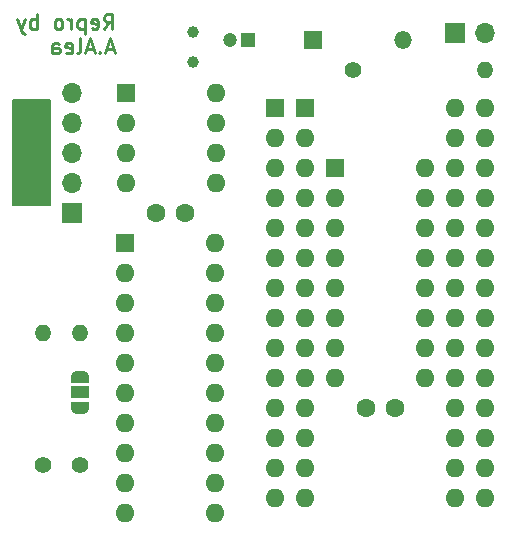
<source format=gbr>
%TF.GenerationSoftware,KiCad,Pcbnew,7.0.10+1*%
%TF.CreationDate,2024-01-27T15:27:30+01:00*%
%TF.ProjectId,QL_Minerva_MK2,514c5f4d-696e-4657-9276-615f4d4b322e,0.0*%
%TF.SameCoordinates,Original*%
%TF.FileFunction,Soldermask,Bot*%
%TF.FilePolarity,Negative*%
%FSLAX46Y46*%
G04 Gerber Fmt 4.6, Leading zero omitted, Abs format (unit mm)*
G04 Created by KiCad (PCBNEW 7.0.10+1) date 2024-01-27 15:27:30*
%MOMM*%
%LPD*%
G01*
G04 APERTURE LIST*
G04 Aperture macros list*
%AMFreePoly0*
4,1,19,0.550000,-0.750000,0.000000,-0.750000,0.000000,-0.744911,-0.071157,-0.744911,-0.207708,-0.704816,-0.327430,-0.627875,-0.420627,-0.520320,-0.479746,-0.390866,-0.500000,-0.250000,-0.500000,0.250000,-0.479746,0.390866,-0.420627,0.520320,-0.327430,0.627875,-0.207708,0.704816,-0.071157,0.744911,0.000000,0.744911,0.000000,0.750000,0.550000,0.750000,0.550000,-0.750000,0.550000,-0.750000,
$1*%
%AMFreePoly1*
4,1,19,0.000000,0.744911,0.071157,0.744911,0.207708,0.704816,0.327430,0.627875,0.420627,0.520320,0.479746,0.390866,0.500000,0.250000,0.500000,-0.250000,0.479746,-0.390866,0.420627,-0.520320,0.327430,-0.627875,0.207708,-0.704816,0.071157,-0.744911,0.000000,-0.744911,0.000000,-0.750000,-0.550000,-0.750000,-0.550000,0.750000,0.000000,0.750000,0.000000,0.744911,0.000000,0.744911,
$1*%
G04 Aperture macros list end*
%ADD10C,0.150000*%
%ADD11C,0.254000*%
%ADD12C,1.600000*%
%ADD13C,1.000000*%
%ADD14R,1.600000X1.600000*%
%ADD15O,1.600000X1.600000*%
%ADD16R,1.700000X1.700000*%
%ADD17O,1.700000X1.700000*%
%ADD18C,1.400000*%
%ADD19O,1.400000X1.400000*%
%ADD20R,1.200000X1.200000*%
%ADD21C,1.200000*%
%ADD22R,1.500000X1.500000*%
%ADD23O,1.500000X1.500000*%
%ADD24FreePoly0,90.000000*%
%ADD25R,1.500000X1.000000*%
%ADD26FreePoly1,90.000000*%
G04 APERTURE END LIST*
D10*
X57150000Y-64135000D02*
X60325000Y-64135000D01*
X60325000Y-73025000D01*
X57150000Y-73025000D01*
X57150000Y-64135000D01*
G36*
X57150000Y-64135000D02*
G01*
X60325000Y-64135000D01*
X60325000Y-73025000D01*
X57150000Y-73025000D01*
X57150000Y-64135000D01*
G37*
D11*
X64844799Y-58111668D02*
X65268133Y-57506906D01*
X65570514Y-58111668D02*
X65570514Y-56841668D01*
X65570514Y-56841668D02*
X65086704Y-56841668D01*
X65086704Y-56841668D02*
X64965752Y-56902144D01*
X64965752Y-56902144D02*
X64905275Y-56962620D01*
X64905275Y-56962620D02*
X64844799Y-57083572D01*
X64844799Y-57083572D02*
X64844799Y-57265001D01*
X64844799Y-57265001D02*
X64905275Y-57385953D01*
X64905275Y-57385953D02*
X64965752Y-57446430D01*
X64965752Y-57446430D02*
X65086704Y-57506906D01*
X65086704Y-57506906D02*
X65570514Y-57506906D01*
X63816704Y-58051192D02*
X63937656Y-58111668D01*
X63937656Y-58111668D02*
X64179561Y-58111668D01*
X64179561Y-58111668D02*
X64300514Y-58051192D01*
X64300514Y-58051192D02*
X64360990Y-57930239D01*
X64360990Y-57930239D02*
X64360990Y-57446430D01*
X64360990Y-57446430D02*
X64300514Y-57325477D01*
X64300514Y-57325477D02*
X64179561Y-57265001D01*
X64179561Y-57265001D02*
X63937656Y-57265001D01*
X63937656Y-57265001D02*
X63816704Y-57325477D01*
X63816704Y-57325477D02*
X63756228Y-57446430D01*
X63756228Y-57446430D02*
X63756228Y-57567382D01*
X63756228Y-57567382D02*
X64360990Y-57688334D01*
X63211943Y-57265001D02*
X63211943Y-58535001D01*
X63211943Y-57325477D02*
X63090990Y-57265001D01*
X63090990Y-57265001D02*
X62849085Y-57265001D01*
X62849085Y-57265001D02*
X62728133Y-57325477D01*
X62728133Y-57325477D02*
X62667657Y-57385953D01*
X62667657Y-57385953D02*
X62607181Y-57506906D01*
X62607181Y-57506906D02*
X62607181Y-57869763D01*
X62607181Y-57869763D02*
X62667657Y-57990715D01*
X62667657Y-57990715D02*
X62728133Y-58051192D01*
X62728133Y-58051192D02*
X62849085Y-58111668D01*
X62849085Y-58111668D02*
X63090990Y-58111668D01*
X63090990Y-58111668D02*
X63211943Y-58051192D01*
X62062895Y-58111668D02*
X62062895Y-57265001D01*
X62062895Y-57506906D02*
X62002418Y-57385953D01*
X62002418Y-57385953D02*
X61941942Y-57325477D01*
X61941942Y-57325477D02*
X61820990Y-57265001D01*
X61820990Y-57265001D02*
X61700037Y-57265001D01*
X61095276Y-58111668D02*
X61216228Y-58051192D01*
X61216228Y-58051192D02*
X61276705Y-57990715D01*
X61276705Y-57990715D02*
X61337181Y-57869763D01*
X61337181Y-57869763D02*
X61337181Y-57506906D01*
X61337181Y-57506906D02*
X61276705Y-57385953D01*
X61276705Y-57385953D02*
X61216228Y-57325477D01*
X61216228Y-57325477D02*
X61095276Y-57265001D01*
X61095276Y-57265001D02*
X60913847Y-57265001D01*
X60913847Y-57265001D02*
X60792895Y-57325477D01*
X60792895Y-57325477D02*
X60732419Y-57385953D01*
X60732419Y-57385953D02*
X60671943Y-57506906D01*
X60671943Y-57506906D02*
X60671943Y-57869763D01*
X60671943Y-57869763D02*
X60732419Y-57990715D01*
X60732419Y-57990715D02*
X60792895Y-58051192D01*
X60792895Y-58051192D02*
X60913847Y-58111668D01*
X60913847Y-58111668D02*
X61095276Y-58111668D01*
X59160038Y-58111668D02*
X59160038Y-56841668D01*
X59160038Y-57325477D02*
X59039085Y-57265001D01*
X59039085Y-57265001D02*
X58797180Y-57265001D01*
X58797180Y-57265001D02*
X58676228Y-57325477D01*
X58676228Y-57325477D02*
X58615752Y-57385953D01*
X58615752Y-57385953D02*
X58555276Y-57506906D01*
X58555276Y-57506906D02*
X58555276Y-57869763D01*
X58555276Y-57869763D02*
X58615752Y-57990715D01*
X58615752Y-57990715D02*
X58676228Y-58051192D01*
X58676228Y-58051192D02*
X58797180Y-58111668D01*
X58797180Y-58111668D02*
X59039085Y-58111668D01*
X59039085Y-58111668D02*
X59160038Y-58051192D01*
X58131942Y-57265001D02*
X57829561Y-58111668D01*
X57527180Y-57265001D02*
X57829561Y-58111668D01*
X57829561Y-58111668D02*
X57950513Y-58414049D01*
X57950513Y-58414049D02*
X58010990Y-58474525D01*
X58010990Y-58474525D02*
X58131942Y-58535001D01*
X65630990Y-59793511D02*
X65026228Y-59793511D01*
X65751942Y-60156368D02*
X65328609Y-58886368D01*
X65328609Y-58886368D02*
X64905275Y-60156368D01*
X64481943Y-60035415D02*
X64421466Y-60095892D01*
X64421466Y-60095892D02*
X64481943Y-60156368D01*
X64481943Y-60156368D02*
X64542419Y-60095892D01*
X64542419Y-60095892D02*
X64481943Y-60035415D01*
X64481943Y-60035415D02*
X64481943Y-60156368D01*
X63937657Y-59793511D02*
X63332895Y-59793511D01*
X64058609Y-60156368D02*
X63635276Y-58886368D01*
X63635276Y-58886368D02*
X63211942Y-60156368D01*
X62607181Y-60156368D02*
X62728133Y-60095892D01*
X62728133Y-60095892D02*
X62788610Y-59974939D01*
X62788610Y-59974939D02*
X62788610Y-58886368D01*
X61639562Y-60095892D02*
X61760514Y-60156368D01*
X61760514Y-60156368D02*
X62002419Y-60156368D01*
X62002419Y-60156368D02*
X62123372Y-60095892D01*
X62123372Y-60095892D02*
X62183848Y-59974939D01*
X62183848Y-59974939D02*
X62183848Y-59491130D01*
X62183848Y-59491130D02*
X62123372Y-59370177D01*
X62123372Y-59370177D02*
X62002419Y-59309701D01*
X62002419Y-59309701D02*
X61760514Y-59309701D01*
X61760514Y-59309701D02*
X61639562Y-59370177D01*
X61639562Y-59370177D02*
X61579086Y-59491130D01*
X61579086Y-59491130D02*
X61579086Y-59612082D01*
X61579086Y-59612082D02*
X62183848Y-59733034D01*
X60490515Y-60156368D02*
X60490515Y-59491130D01*
X60490515Y-59491130D02*
X60550991Y-59370177D01*
X60550991Y-59370177D02*
X60671943Y-59309701D01*
X60671943Y-59309701D02*
X60913848Y-59309701D01*
X60913848Y-59309701D02*
X61034801Y-59370177D01*
X60490515Y-60095892D02*
X60611467Y-60156368D01*
X60611467Y-60156368D02*
X60913848Y-60156368D01*
X60913848Y-60156368D02*
X61034801Y-60095892D01*
X61034801Y-60095892D02*
X61095277Y-59974939D01*
X61095277Y-59974939D02*
X61095277Y-59853987D01*
X61095277Y-59853987D02*
X61034801Y-59733034D01*
X61034801Y-59733034D02*
X60913848Y-59672558D01*
X60913848Y-59672558D02*
X60611467Y-59672558D01*
X60611467Y-59672558D02*
X60490515Y-59612082D01*
D12*
%TO.C,C3*%
X71755000Y-73660000D03*
X69255000Y-73660000D03*
%TD*%
D13*
%TO.C,Y1*%
X72390000Y-58390000D03*
X72390000Y-60930000D03*
%TD*%
D14*
%TO.C,U4*%
X66675000Y-76200000D03*
D15*
X66675000Y-78740000D03*
X66675000Y-81280000D03*
X66675000Y-83820000D03*
X66675000Y-86360000D03*
X66675000Y-88900000D03*
X66675000Y-91440000D03*
X66675000Y-93980000D03*
X66675000Y-96520000D03*
X66675000Y-99060000D03*
X74295000Y-99060000D03*
X74295000Y-96520000D03*
X74295000Y-93980000D03*
X74295000Y-91440000D03*
X74295000Y-88900000D03*
X74295000Y-86360000D03*
X74295000Y-83820000D03*
X74295000Y-81280000D03*
X74295000Y-78740000D03*
X74295000Y-76200000D03*
%TD*%
D16*
%TO.C,J2*%
X62160000Y-73655000D03*
D17*
X62160000Y-71115000D03*
X62160000Y-68575000D03*
X62160000Y-66035000D03*
X62160000Y-63495000D03*
%TD*%
D14*
%TO.C,U2*%
X81910000Y-64780000D03*
D15*
X81910000Y-67320000D03*
X81910000Y-69860000D03*
X81910000Y-72400000D03*
X81910000Y-74940000D03*
X81910000Y-77480000D03*
X81910000Y-80020000D03*
X81910000Y-82560000D03*
X81910000Y-85100000D03*
X81910000Y-87640000D03*
X81910000Y-90180000D03*
X81910000Y-92720000D03*
X81910000Y-95260000D03*
X81910000Y-97800000D03*
X97150000Y-97800000D03*
X97150000Y-95260000D03*
X97150000Y-92720000D03*
X97150000Y-90180000D03*
X97150000Y-87640000D03*
X97150000Y-85100000D03*
X97150000Y-82560000D03*
X97150000Y-80020000D03*
X97150000Y-77480000D03*
X97150000Y-74940000D03*
X97150000Y-72400000D03*
X97150000Y-69860000D03*
X97150000Y-67320000D03*
X97150000Y-64780000D03*
%TD*%
D14*
%TO.C,U5*%
X84455000Y-69850000D03*
D15*
X84455000Y-72390000D03*
X84455000Y-74930000D03*
X84455000Y-77470000D03*
X84455000Y-80010000D03*
X84455000Y-82550000D03*
X84455000Y-85090000D03*
X84455000Y-87630000D03*
X92075000Y-87630000D03*
X92075000Y-85090000D03*
X92075000Y-82550000D03*
X92075000Y-80010000D03*
X92075000Y-77470000D03*
X92075000Y-74930000D03*
X92075000Y-72390000D03*
X92075000Y-69850000D03*
%TD*%
D16*
%TO.C,J1*%
X94615000Y-58420000D03*
D17*
X97155000Y-58420000D03*
%TD*%
D15*
%TO.C,U3*%
X74305000Y-63510000D03*
X74305000Y-66050000D03*
X74305000Y-68590000D03*
X74305000Y-71130000D03*
X66685000Y-71130000D03*
X66685000Y-68590000D03*
X66685000Y-66050000D03*
D14*
X66685000Y-63510000D03*
%TD*%
%TO.C,U1*%
X79375000Y-64770000D03*
D15*
X79375000Y-67310000D03*
X79375000Y-69850000D03*
X79375000Y-72390000D03*
X79375000Y-74930000D03*
X79375000Y-77470000D03*
X79375000Y-80010000D03*
X79375000Y-82550000D03*
X79375000Y-85090000D03*
X79375000Y-87630000D03*
X79375000Y-90170000D03*
X79375000Y-92710000D03*
X79375000Y-95250000D03*
X79375000Y-97790000D03*
X94615000Y-97790000D03*
X94615000Y-95250000D03*
X94615000Y-92710000D03*
X94615000Y-90170000D03*
X94615000Y-87630000D03*
X94615000Y-85090000D03*
X94615000Y-82550000D03*
X94615000Y-80010000D03*
X94615000Y-77470000D03*
X94615000Y-74930000D03*
X94615000Y-72390000D03*
X94615000Y-69850000D03*
X94615000Y-67310000D03*
X94615000Y-64770000D03*
%TD*%
D18*
%TO.C,R2*%
X59690000Y-94996000D03*
D19*
X59690000Y-83820000D03*
%TD*%
D12*
%TO.C,C2*%
X89515000Y-90170000D03*
X87015000Y-90170000D03*
%TD*%
D18*
%TO.C,R1*%
X62865000Y-94996000D03*
D19*
X62865000Y-83820000D03*
%TD*%
D20*
%TO.C,C1*%
X77065000Y-59055000D03*
D21*
X75565000Y-59055000D03*
%TD*%
D18*
%TO.C,R3*%
X85979000Y-61595000D03*
D19*
X97155000Y-61595000D03*
%TD*%
D22*
%TO.C,D1*%
X82550000Y-59055000D03*
D23*
X90170000Y-59055000D03*
%TD*%
D24*
%TO.C,JP1*%
X62865000Y-90170000D03*
D25*
X62865000Y-88870000D03*
D26*
X62865000Y-87570000D03*
%TD*%
M02*

</source>
